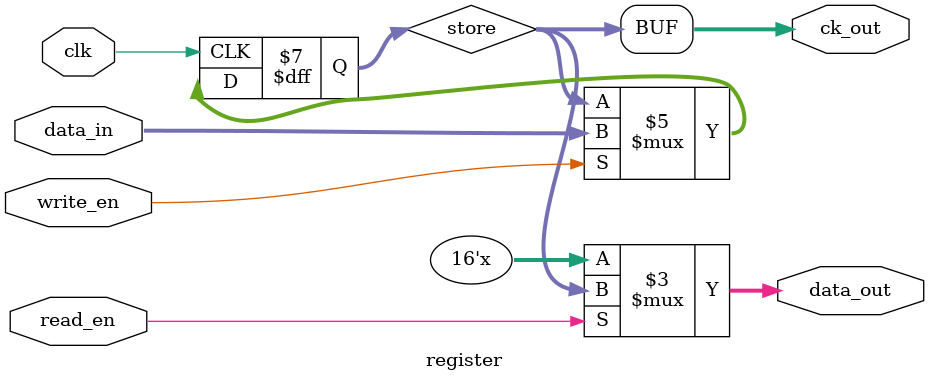
<source format=v>
`timescale 1ns / 1ps
module register(
			write_en,
			read_en,
			data_in,
			data_out,
			clk,
			ck_out
    );
	 
	 parameter bit_width=16;
	 parameter init_val = 0;
	 input write_en,read_en,clk;
	 input [bit_width - 1:0] data_in;
	 output wire [bit_width - 1 : 0] data_out;
	 
	 
	 //test
	 output wire [15:0] ck_out;
	 
	 
	 reg [bit_width - 1 : 0] store;
	 
	 initial begin
		store<=init_val;
	 end
	 
	 
	 always@(posedge clk) begin
		if(write_en == 1) begin
			store <= data_in;
		end
		
	 end
	 
	 
	 assign ck_out = store;
	 
	 assign data_out = read_en ? store : 16'bz;
	 

endmodule

</source>
